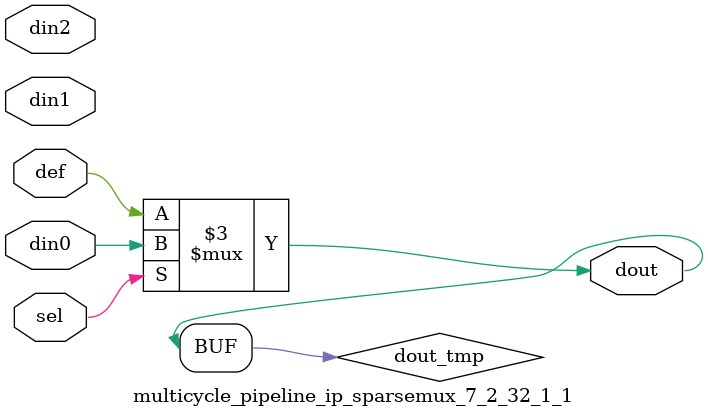
<source format=v>
`timescale 1ns / 1ps

module multicycle_pipeline_ip_sparsemux_7_2_32_1_1 (din0,din1,din2,def,sel,dout);

parameter din0_WIDTH = 1;

parameter din1_WIDTH = 1;

parameter din2_WIDTH = 1;

parameter def_WIDTH = 1;
parameter sel_WIDTH = 1;
parameter dout_WIDTH = 1;

parameter [sel_WIDTH-1:0] CASE0 = 1;

parameter [sel_WIDTH-1:0] CASE1 = 1;

parameter [sel_WIDTH-1:0] CASE2 = 1;

parameter ID = 1;
parameter NUM_STAGE = 1;



input [din0_WIDTH-1:0] din0;

input [din1_WIDTH-1:0] din1;

input [din2_WIDTH-1:0] din2;

input [def_WIDTH-1:0] def;
input [sel_WIDTH-1:0] sel;

output [dout_WIDTH-1:0] dout;



reg [dout_WIDTH-1:0] dout_tmp;


always @ (*) begin
(* parallel_case *) case (sel)
    
    CASE0 : dout_tmp = din0;
    
    CASE1 : dout_tmp = din1;
    
    CASE2 : dout_tmp = din2;
    
    default : dout_tmp = def;
endcase
end


assign dout = dout_tmp;



endmodule

</source>
